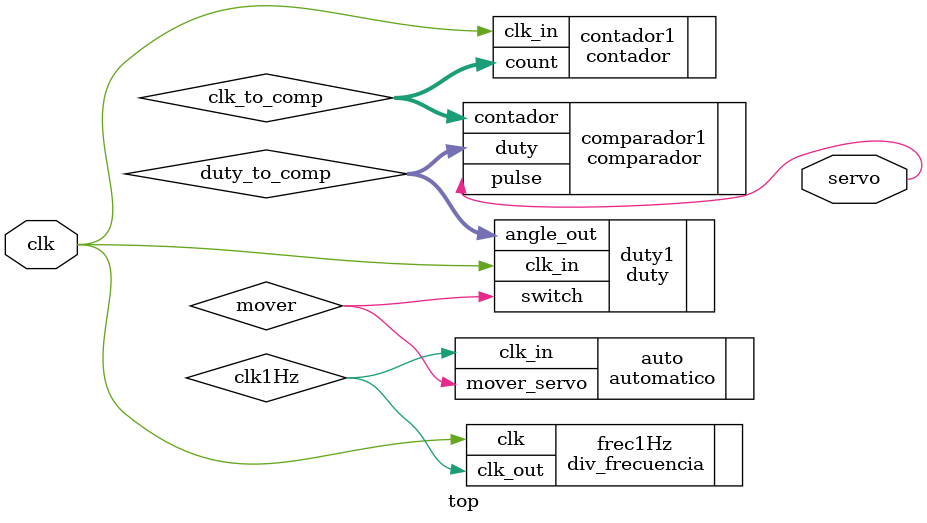
<source format=v>
module top(
	input clk,
	output servo
);

wire clk1Hz, mover;
wire [18:0]clk_to_comp;
wire [18:0]duty_to_comp;

div_frecuencia frec1Hz(.clk(clk), .clk_out(clk1Hz));
automatico auto(.clk_in(clk1Hz), .mover_servo(mover));
contador contador1(.clk_in(clk), .count(clk_to_comp));
duty duty1(.switch(mover), .clk_in(clk) , .angle_out(duty_to_comp));
comparador comparador1(.duty(duty_to_comp), .contador(clk_to_comp),.pulse(servo));

endmodule 

</source>
